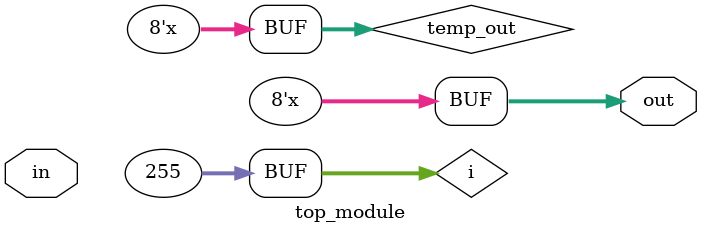
<source format=v>
module top_module( 
    input [254:0] in,
    output [7:0] out );
    reg [7:0] temp_out;
    
    integer i;
    always @(*) begin
        for (i = 0; i <= 254; i = i + 1) begin
            if (in[i]) begin
                temp_out = temp_out + 1;
            end
            else begin
                temp_out = temp_out;
            end
        end
    end
    assign out = temp_out;
endmodule
</source>
